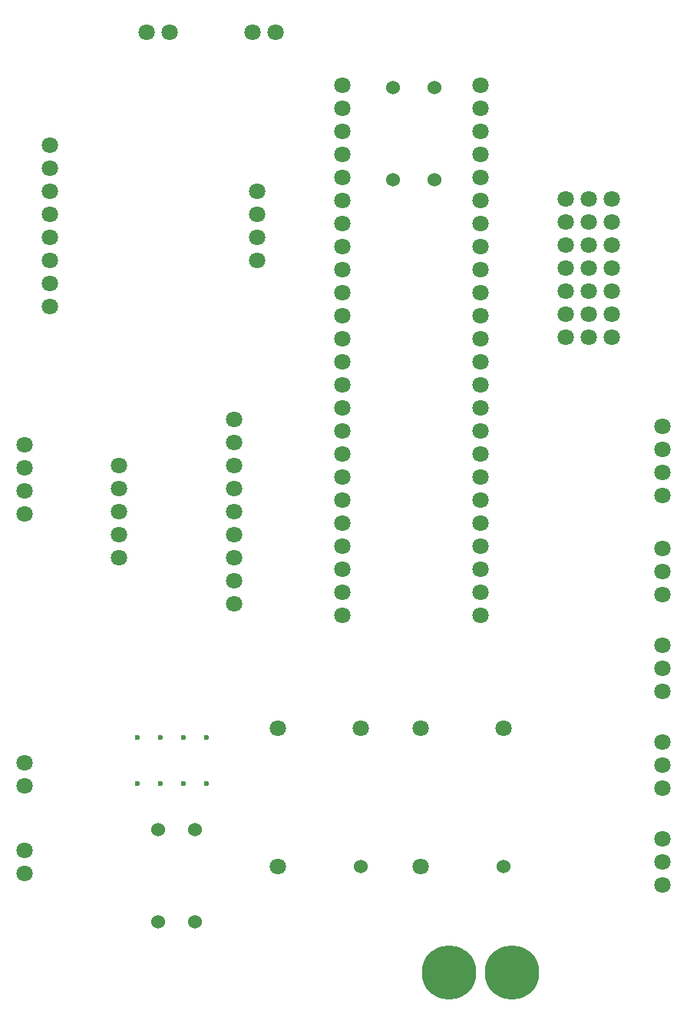
<source format=gbs>
%TF.GenerationSoftware,KiCad,Pcbnew,(6.0.9)*%
%TF.CreationDate,2023-02-25T10:50:01-08:00*%
%TF.ProjectId,FlightBread,466c6967-6874-4427-9265-61642e6b6963,rev?*%
%TF.SameCoordinates,Original*%
%TF.FileFunction,Soldermask,Bot*%
%TF.FilePolarity,Negative*%
%FSLAX46Y46*%
G04 Gerber Fmt 4.6, Leading zero omitted, Abs format (unit mm)*
G04 Created by KiCad (PCBNEW (6.0.9)) date 2023-02-25 10:50:01*
%MOMM*%
%LPD*%
G01*
G04 APERTURE LIST*
%ADD10C,1.524000*%
%ADD11C,1.800000*%
%ADD12C,6.000000*%
%ADD13C,0.600000*%
G04 APERTURE END LIST*
D10*
%TO.C,8V_BUCK1*%
X104128000Y-158496000D03*
D11*
X95008000Y-158496000D03*
X95008000Y-143256000D03*
X104128000Y-143256000D03*
%TD*%
D12*
%TO.C,BATT1*%
X105100000Y-170180000D03*
X98100000Y-170180000D03*
%TD*%
D10*
%TO.C,R2*%
X70104000Y-154432000D03*
X70104000Y-164592000D03*
%TD*%
%TO.C,R3*%
X91948000Y-72644000D03*
X91948000Y-82804000D03*
%TD*%
%TO.C,5V_BUCK1*%
X88380000Y-158496000D03*
D11*
X79260000Y-158496000D03*
X79260000Y-143256000D03*
X88380000Y-143256000D03*
%TD*%
%TO.C,M2_SIGNAL1*%
X51308000Y-156718000D03*
X51308000Y-159258000D03*
%TD*%
%TO.C,RADIO1*%
X110999425Y-84963000D03*
X110999425Y-87503000D03*
X110999425Y-90043000D03*
X110999425Y-92583000D03*
X110999425Y-95123000D03*
X110999425Y-97663000D03*
X110999425Y-100203000D03*
X113539425Y-95123000D03*
X113539425Y-84963000D03*
X113539425Y-100203000D03*
X113539425Y-97663000D03*
X113539425Y-92583000D03*
X113539425Y-90043000D03*
X113539425Y-87503000D03*
X116079425Y-92583000D03*
X116079425Y-87503000D03*
X116079425Y-97663000D03*
X116079425Y-95123000D03*
X116079425Y-100203000D03*
X116079425Y-90043000D03*
X116079425Y-84963000D03*
%TD*%
D13*
%TO.C,LM358*%
X63754000Y-149352000D03*
X66294000Y-149352000D03*
X68834000Y-149352000D03*
X71374000Y-149352000D03*
X71374000Y-144272000D03*
X68834000Y-144272000D03*
X66294000Y-144272000D03*
X63754000Y-144272000D03*
%TD*%
D11*
%TO.C,SV3*%
X121666000Y-139192000D03*
X121666000Y-136652000D03*
X121666000Y-134112000D03*
%TD*%
D10*
%TO.C,R4*%
X96520000Y-72644000D03*
X96520000Y-82804000D03*
%TD*%
D11*
%TO.C,SV1*%
X121666000Y-160528000D03*
X121666000Y-157988000D03*
X121666000Y-155448000D03*
%TD*%
%TO.C,SV2*%
X121666000Y-149860000D03*
X121666000Y-147320000D03*
X121666000Y-144780000D03*
%TD*%
%TO.C,TEENSY1*%
X101600000Y-128270000D03*
X101600000Y-125730000D03*
X101600000Y-123190000D03*
X101600000Y-120650000D03*
X101600000Y-118110000D03*
X101600000Y-115570000D03*
X101600000Y-113030000D03*
X101600000Y-110490000D03*
X101600000Y-107950000D03*
X101600000Y-105410000D03*
X101600000Y-102870000D03*
X101600000Y-100330000D03*
X101600000Y-97790000D03*
X86360000Y-97790000D03*
X86360000Y-100330000D03*
X86360000Y-102870000D03*
X86360000Y-105410000D03*
X86360000Y-107950000D03*
X86360000Y-110490000D03*
X86360000Y-113030000D03*
X86360000Y-115570000D03*
X86360000Y-118110000D03*
X86360000Y-120650000D03*
X86360000Y-123190000D03*
X101600000Y-92710000D03*
X101600000Y-90170000D03*
X101600000Y-87630000D03*
X101600000Y-85090000D03*
X101600000Y-82550000D03*
X101600000Y-80010000D03*
X101600000Y-77470000D03*
X101600000Y-74930000D03*
X101600000Y-72390000D03*
X86360000Y-72390000D03*
X86360000Y-74930000D03*
X86360000Y-77470000D03*
X86360000Y-80010000D03*
X86360000Y-82550000D03*
X86360000Y-85090000D03*
X86360000Y-87630000D03*
X86360000Y-90170000D03*
X86360000Y-92710000D03*
X101600000Y-130810000D03*
X101600000Y-95250000D03*
X86360000Y-130810000D03*
X86360000Y-128270000D03*
X86360000Y-125730000D03*
X86360000Y-95250000D03*
%TD*%
%TO.C,GPS1*%
X54102000Y-78994000D03*
X54102000Y-81534000D03*
X54102000Y-84074000D03*
X54102000Y-86614000D03*
X54102000Y-89154000D03*
X54102000Y-91694000D03*
X54102000Y-94234000D03*
X54102000Y-96774000D03*
X76962000Y-84074000D03*
X76962000Y-86614000D03*
X76962000Y-89154000D03*
X76962000Y-91694000D03*
%TD*%
%TO.C,LIDAR1*%
X121666000Y-117602000D03*
X121666000Y-115062000D03*
X121666000Y-112522000D03*
X121666000Y-109982000D03*
%TD*%
%TO.C,BLUE1*%
X67310000Y-66548000D03*
X64770000Y-66548000D03*
%TD*%
D10*
%TO.C,R1*%
X66040000Y-164592000D03*
X66040000Y-154432000D03*
%TD*%
D11*
%TO.C,IMU1*%
X74422000Y-129540000D03*
X74422000Y-127000000D03*
X74422000Y-124460000D03*
X74422000Y-121920000D03*
X74422000Y-119380000D03*
X74422000Y-116840000D03*
X74422000Y-114300000D03*
X74422000Y-111760000D03*
X74422000Y-109220000D03*
X61722000Y-124460000D03*
X61722000Y-121920000D03*
X61722000Y-119380000D03*
X61722000Y-116840000D03*
X61722000Y-114300000D03*
%TD*%
%TO.C,M1_SIGNAL1*%
X51308000Y-147066000D03*
X51308000Y-149606000D03*
%TD*%
%TO.C,BARO1*%
X51308000Y-112014000D03*
X51308000Y-114554000D03*
X51308000Y-117094000D03*
X51308000Y-119634000D03*
%TD*%
%TO.C,SV4*%
X121666000Y-128524000D03*
X121666000Y-125984000D03*
X121666000Y-123444000D03*
%TD*%
%TO.C,RED1*%
X78994000Y-66548000D03*
X76454000Y-66548000D03*
%TD*%
M02*

</source>
